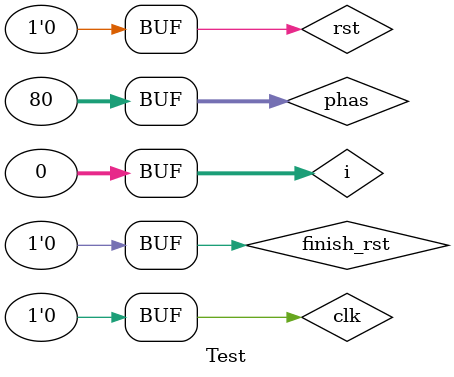
<source format=v>
`timescale 1ns / 1ps


module Test(

    );
   
reg         clk ;//Ê±ÖÓ               
reg [31:0]  phas;//½Ç¶È               
reg         rst ; //¸´Î»
reg         finish_rst;              
wire[31:0]  sin ; //sinº¯ÊýÊä³ö         
wire[31:0]  cos ; //cosº¯ÊýÊä³ö
reg [31:0] i;
wire finish;

initial begin
    clk=0;
    for(i=0;i<18888;i=i+1)
    begin
        #1 clk=~clk;
    end    
end

initial begin
i=32'd0;
phas=32'd0;
#1 rst=1;
#1 rst=0;

#1 finish_rst=1;
#1 finish_rst=0;
#34 phas=32'd0;

#1 finish_rst=1;
#1 finish_rst=0;
#34 phas=32'd30;
#1 finish_rst=1;
#1 finish_rst=0;
#34 phas=32'd45;
#1 finish_rst=1;
#1 finish_rst=0;
#34 phas=32'd70;
#1 finish_rst=1;
#1 finish_rst=0;
#34 phas=32'd74;
#1 finish_rst=1;
#1 finish_rst=0;
#34 phas=32'd80;
#1 finish_rst=1;
#1 finish_rst=0;
/*
#1 finish_rst=1;
#1 finish_rst=0;
#20 phas=32'd45;
#1 finish_rst=1;
#1 finish_rst=0;
#20 phas=32'd60;
#1 finish_rst=1;
#1 finish_rst=0;
#20 phas=32'd15;
#1 finish_rst=1;
#1 finish_rst=0;*/
end

cordic U1(                
.clk (clk ),//Ê±ÖÓ       
.phas(phas),//½Ç¶È       
.rst (rst ), //¸´Î»      
.sin (sin ), //sinº¯ÊýÊä³ö 
.cos (cos ),  //cosº¯ÊýÊä³ö
.finish(finish),
.finish_rst(finish_rst)
);
endmodule

</source>
